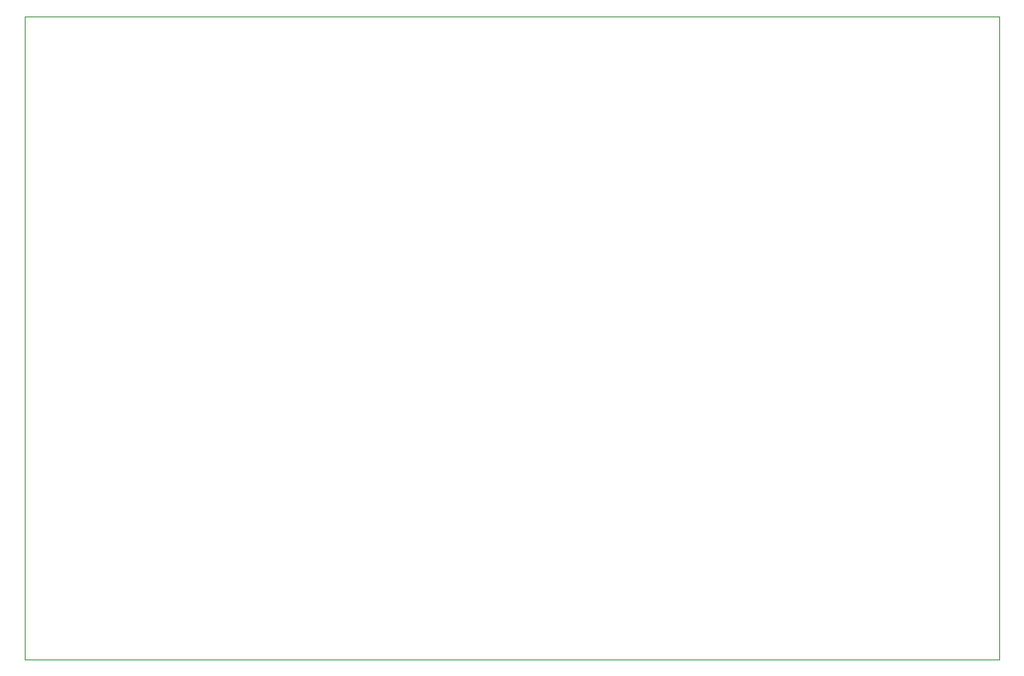
<source format=gm1>
G04 #@! TF.GenerationSoftware,KiCad,Pcbnew,8.0.4*
G04 #@! TF.CreationDate,2024-08-16T16:00:28+02:00*
G04 #@! TF.ProjectId,Purrtico_M,50757272-7469-4636-9f5f-4d2e6b696361,01*
G04 #@! TF.SameCoordinates,Original*
G04 #@! TF.FileFunction,Profile,NP*
%FSLAX46Y46*%
G04 Gerber Fmt 4.6, Leading zero omitted, Abs format (unit mm)*
G04 Created by KiCad (PCBNEW 8.0.4) date 2024-08-16 16:00:28*
%MOMM*%
%LPD*%
G01*
G04 APERTURE LIST*
G04 #@! TA.AperFunction,Profile*
%ADD10C,0.100000*%
G04 #@! TD*
G04 APERTURE END LIST*
D10*
X77800000Y-22900000D02*
X177800000Y-22900000D01*
X177800000Y-88900000D01*
X77800000Y-88900000D01*
X77800000Y-22900000D01*
M02*

</source>
